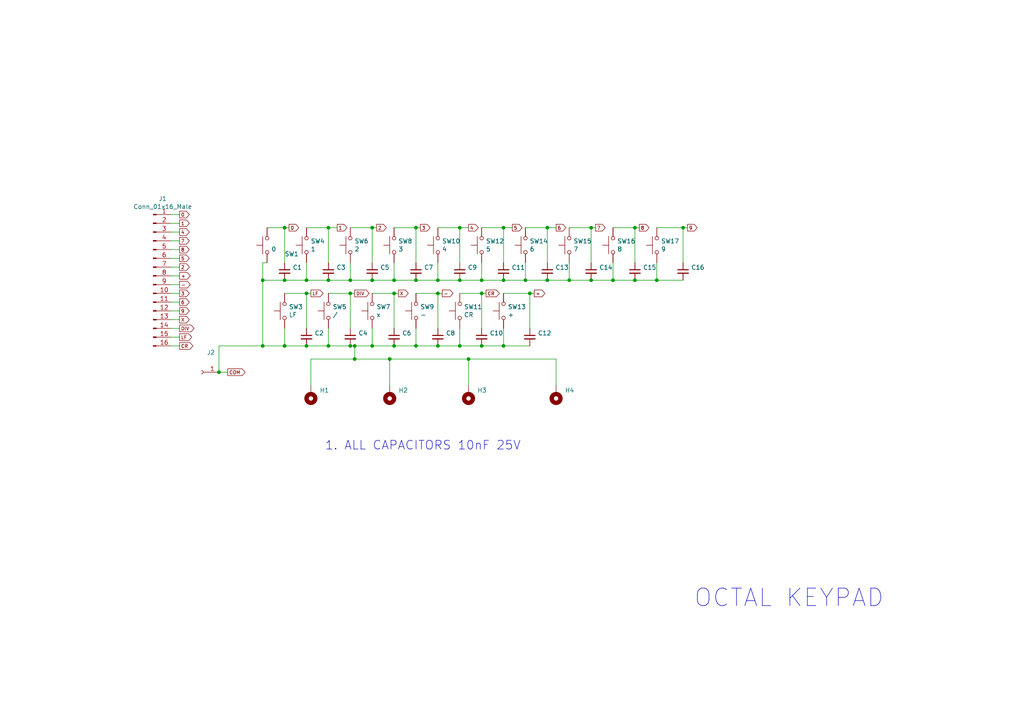
<source format=kicad_sch>
(kicad_sch (version 20250114) (generator "eeschema") (generator_version "9.0")
  (paper "A4")
  (lib_symbols
    (symbol "Device:C_Small" (pin_numbers (hide yes)) (pin_names (offset 0.254) (hide yes))
      (property "Reference" "C" (at 0.254 1.778 0))
      (property "Value" "C_Small" (at 0.254 -2.032 0))
      (symbol "C_Small_0_1"
        (polyline (pts (xy -1.524 0.508) (xy 1.524 0.508)) (stroke (width 0.3048)))
        (polyline (pts (xy -1.524 -0.508) (xy 1.524 -0.508)) (stroke (width 0.3302)))
      )
      (symbol "C_Small_1_1"
        (pin passive line (at 0 2.54 270) (length 2.032) (name "~") (number "1"))
        (pin passive line (at 0 -2.54 90) (length 2.032) (name "~") (number "2"))
      )
    )
    (symbol "Mechanical:MountingHole_Pad" (pin_numbers (hide yes)) (pin_names (offset 1.016) (hide yes)) (exclude_from_sim yes) (in_bom no)
      (property "Reference" "H" (at 0 6.35 0))
      (property "Value" "MountingHole_Pad" (at 0 4.445 0))
      (symbol "MountingHole_Pad_0_1"
        (circle (center 0 1.27) (radius 1.27) (stroke (width 1.27)))
      )
      (symbol "MountingHole_Pad_1_1"
        (pin input line (at 0 -2.54 90) (length 2.54) (name "1") (number "1"))
      )
    )
    (symbol "Switch:SW_Push" (pin_numbers (hide yes)) (pin_names (offset 1.016) (hide yes))
      (property "Reference" "SW" (at 1.27 2.54 0))
      (property "Value" "SW_Push" (at 0 -1.524 0))
      (symbol "SW_Push_0_1"
        (circle (center -2.032 0) (radius 0.508))
        (polyline (pts (xy 0 1.27) (xy 0 3.048)))
        (circle (center 2.032 0) (radius 0.508))
        (polyline (pts (xy 2.54 1.27) (xy -2.54 1.27)))
        (pin passive line (at -5.08 0 0) (length 2.54) (name "1") (number "1"))
        (pin passive line (at 5.08 0 180) (length 2.54) (name "2") (number "2"))
      )
    )
    (symbol "octal keyboard-rescue:Conn_01x01_Female-Connector" (pin_names (offset 1.016) (hide yes))
      (property "Reference" "J" (at 0 2.54 0))
      (property "Value" "Connector_Conn_01x01_Female" (at 0 -2.54 0))
      (symbol "Conn_01x01_Female-Connector_1_1"
        (polyline (pts (xy -1.27 0) (xy -0.508 0)) (stroke (width 0.1524)))
        (arc (start 0 -0.508) (mid -0.508 0) (end 0 0.508) (stroke (width 0.1524)))
        (pin passive line (at -5.08 0 0) (length 3.81) (name "Pin_1") (number "1"))
      )
    )
    (symbol "octal keyboard-rescue:Conn_01x16_Male-Connector" (pin_names (offset 1.016) (hide yes))
      (property "Reference" "J" (at 0 20.32 0))
      (property "Value" "Connector_Conn_01x16_Male" (at 0 -22.86 0))
      (symbol "Conn_01x16_Male-Connector_1_1"
        (rectangle (start 0.8636 17.907) (end 0 17.653) (stroke (width 0.1524)) (fill (type outline)))
        (rectangle (start 0.8636 15.367) (end 0 15.113) (stroke (width 0.1524)) (fill (type outline)))
        (rectangle (start 0.8636 12.827) (end 0 12.573) (stroke (width 0.1524)) (fill (type outline)))
        (rectangle (start 0.8636 10.287) (end 0 10.033) (stroke (width 0.1524)) (fill (type outline)))
        (rectangle (start 0.8636 7.747) (end 0 7.493) (stroke (width 0.1524)) (fill (type outline)))
        (rectangle (start 0.8636 5.207) (end 0 4.953) (stroke (width 0.1524)) (fill (type outline)))
        (rectangle (start 0.8636 2.667) (end 0 2.413) (stroke (width 0.1524)) (fill (type outline)))
        (rectangle (start 0.8636 0.127) (end 0 -0.127) (stroke (width 0.1524)) (fill (type outline)))
        (rectangle (start 0.8636 -2.413) (end 0 -2.667) (stroke (width 0.1524)) (fill (type outline)))
        (rectangle (start 0.8636 -4.953) (end 0 -5.207) (stroke (width 0.1524)) (fill (type outline)))
        (rectangle (start 0.8636 -7.493) (end 0 -7.747) (stroke (width 0.1524)) (fill (type outline)))
        (rectangle (start 0.8636 -10.033) (end 0 -10.287) (stroke (width 0.1524)) (fill (type outline)))
        (rectangle (start 0.8636 -12.573) (end 0 -12.827) (stroke (width 0.1524)) (fill (type outline)))
        (rectangle (start 0.8636 -15.113) (end 0 -15.367) (stroke (width 0.1524)) (fill (type outline)))
        (rectangle (start 0.8636 -17.653) (end 0 -17.907) (stroke (width 0.1524)) (fill (type outline)))
        (rectangle (start 0.8636 -20.193) (end 0 -20.447) (stroke (width 0.1524)) (fill (type outline)))
        (polyline (pts (xy 1.27 17.78) (xy 0.8636 17.78)) (stroke (width 0.1524)))
        (polyline (pts (xy 1.27 15.24) (xy 0.8636 15.24)) (stroke (width 0.1524)))
        (polyline (pts (xy 1.27 12.7) (xy 0.8636 12.7)) (stroke (width 0.1524)))
        (polyline (pts (xy 1.27 10.16) (xy 0.8636 10.16)) (stroke (width 0.1524)))
        (polyline (pts (xy 1.27 7.62) (xy 0.8636 7.62)) (stroke (width 0.1524)))
        (polyline (pts (xy 1.27 5.08) (xy 0.8636 5.08)) (stroke (width 0.1524)))
        (polyline (pts (xy 1.27 2.54) (xy 0.8636 2.54)) (stroke (width 0.1524)))
        (polyline (pts (xy 1.27 0) (xy 0.8636 0)) (stroke (width 0.1524)))
        (polyline (pts (xy 1.27 -2.54) (xy 0.8636 -2.54)) (stroke (width 0.1524)))
        (polyline (pts (xy 1.27 -5.08) (xy 0.8636 -5.08)) (stroke (width 0.1524)))
        (polyline (pts (xy 1.27 -7.62) (xy 0.8636 -7.62)) (stroke (width 0.1524)))
        (polyline (pts (xy 1.27 -10.16) (xy 0.8636 -10.16)) (stroke (width 0.1524)))
        (polyline (pts (xy 1.27 -12.7) (xy 0.8636 -12.7)) (stroke (width 0.1524)))
        (polyline (pts (xy 1.27 -15.24) (xy 0.8636 -15.24)) (stroke (width 0.1524)))
        (polyline (pts (xy 1.27 -17.78) (xy 0.8636 -17.78)) (stroke (width 0.1524)))
        (polyline (pts (xy 1.27 -20.32) (xy 0.8636 -20.32)) (stroke (width 0.1524)))
        (pin passive line (at 5.08 17.78 180) (length 3.81) (name "Pin_1") (number "1"))
        (pin passive line (at 5.08 15.24 180) (length 3.81) (name "Pin_2") (number "2"))
        (pin passive line (at 5.08 12.7 180) (length 3.81) (name "Pin_3") (number "3"))
        (pin passive line (at 5.08 10.16 180) (length 3.81) (name "Pin_4") (number "4"))
        (pin passive line (at 5.08 7.62 180) (length 3.81) (name "Pin_5") (number "5"))
        (pin passive line (at 5.08 5.08 180) (length 3.81) (name "Pin_6") (number "6"))
        (pin passive line (at 5.08 2.54 180) (length 3.81) (name "Pin_7") (number "7"))
        (pin passive line (at 5.08 0 180) (length 3.81) (name "Pin_8") (number "8"))
        (pin passive line (at 5.08 -2.54 180) (length 3.81) (name "Pin_9") (number "9"))
        (pin passive line (at 5.08 -5.08 180) (length 3.81) (name "Pin_10") (number "10"))
        (pin passive line (at 5.08 -7.62 180) (length 3.81) (name "Pin_11") (number "11"))
        (pin passive line (at 5.08 -10.16 180) (length 3.81) (name "Pin_12") (number "12"))
        (pin passive line (at 5.08 -12.7 180) (length 3.81) (name "Pin_13") (number "13"))
        (pin passive line (at 5.08 -15.24 180) (length 3.81) (name "Pin_14") (number "14"))
        (pin passive line (at 5.08 -17.78 180) (length 3.81) (name "Pin_15") (number "15"))
        (pin passive line (at 5.08 -20.32 180) (length 3.81) (name "Pin_16") (number "16"))
      )
    )
  )
  (text "OCTAL KEYPAD" (at 256.54 176.53 0) (effects (font (size 5.08 5.08)) (justify right bottom)))
  (text "1. ALL CAPACITORS 10nF 25V" (at 151.13 130.81 0) (effects (font (size 2.54 2.54)) (justify right bottom)))
  (junction (at 107.95 81.28))
  (junction (at 63.5 107.95))
  (junction (at 135.89 104.14))
  (junction (at 133.35 66.04))
  (junction (at 127 85.09))
  (junction (at 107.95 100.33))
  (junction (at 101.6 100.33))
  (junction (at 152.4 81.28))
  (junction (at 171.45 81.28))
  (junction (at 139.7 81.28))
  (junction (at 133.35 100.33))
  (junction (at 139.7 100.33))
  (junction (at 76.2 81.28))
  (junction (at 177.8 81.28))
  (junction (at 171.45 66.04))
  (junction (at 133.35 81.28))
  (junction (at 158.75 66.04))
  (junction (at 88.9 100.33))
  (junction (at 146.05 81.28))
  (junction (at 127 81.28))
  (junction (at 101.6 81.28))
  (junction (at 88.9 81.28))
  (junction (at 101.6 85.09))
  (junction (at 120.65 81.28))
  (junction (at 88.9 85.09))
  (junction (at 198.12 66.04))
  (junction (at 102.87 100.33))
  (junction (at 184.15 81.28))
  (junction (at 146.05 66.04))
  (junction (at 95.25 100.33))
  (junction (at 158.75 81.28))
  (junction (at 76.2 100.33))
  (junction (at 82.55 81.28))
  (junction (at 102.87 104.14))
  (junction (at 95.25 81.28))
  (junction (at 82.55 100.33))
  (junction (at 82.55 66.04))
  (junction (at 114.3 81.28))
  (junction (at 165.1 81.28))
  (junction (at 153.67 85.09))
  (junction (at 114.3 100.33))
  (junction (at 113.03 104.14))
  (junction (at 120.65 66.04))
  (junction (at 146.05 100.33))
  (junction (at 120.65 100.33))
  (junction (at 184.15 66.04))
  (junction (at 139.7 85.09))
  (junction (at 107.95 66.04))
  (junction (at 127 100.33))
  (junction (at 114.3 85.09))
  (junction (at 190.5 81.28))
  (junction (at 95.25 66.04))
  (wire (pts (xy 127 100.33) (xy 120.65 100.33)))
  (wire (pts (xy 49.53 77.47) (xy 52.07 77.47)))
  (wire (pts (xy 184.15 81.28) (xy 190.5 81.28)))
  (wire (pts (xy 49.53 82.55) (xy 52.07 82.55)))
  (wire (pts (xy 88.9 85.09) (xy 90.17 85.09)))
  (wire (pts (xy 82.55 100.33) (xy 76.2 100.33)))
  (wire (pts (xy 82.55 85.09) (xy 88.9 85.09)))
  (wire (pts (xy 127 66.04) (xy 133.35 66.04)))
  (wire (pts (xy 95.25 76.2) (xy 95.25 66.04)))
  (wire (pts (xy 158.75 81.28) (xy 165.1 81.28)))
  (wire (pts (xy 82.55 76.2) (xy 82.55 66.04)))
  (wire (pts (xy 158.75 66.04) (xy 161.29 66.04)))
  (wire (pts (xy 171.45 81.28) (xy 177.8 81.28)))
  (wire (pts (xy 107.95 66.04) (xy 109.22 66.04)))
  (wire (pts (xy 49.53 69.85) (xy 52.07 69.85)))
  (wire (pts (xy 146.05 76.2) (xy 146.05 66.04)))
  (wire (pts (xy 153.67 95.25) (xy 153.67 85.09)))
  (wire (pts (xy 82.55 81.28) (xy 76.2 81.28)))
  (wire (pts (xy 76.2 81.28) (xy 76.2 76.2)))
  (wire (pts (xy 171.45 66.04) (xy 172.72 66.04)))
  (wire (pts (xy 139.7 66.04) (xy 146.05 66.04)))
  (wire (pts (xy 66.04 107.95) (xy 63.5 107.95)))
  (wire (pts (xy 127 81.28) (xy 120.65 81.28)))
  (wire (pts (xy 120.65 66.04) (xy 121.92 66.04)))
  (wire (pts (xy 49.53 87.63) (xy 52.07 87.63)))
  (wire (pts (xy 107.95 95.25) (xy 107.95 100.33)))
  (wire (pts (xy 49.53 74.93) (xy 52.07 74.93)))
  (wire (pts (xy 63.5 100.33) (xy 76.2 100.33)))
  (wire (pts (xy 177.8 76.2) (xy 177.8 81.28)))
  (wire (pts (xy 190.5 76.2) (xy 190.5 81.28)))
  (wire (pts (xy 184.15 66.04) (xy 185.42 66.04)))
  (wire (pts (xy 120.65 85.09) (xy 127 85.09)))
  (wire (pts (xy 135.89 104.14) (xy 113.03 104.14)))
  (wire (pts (xy 101.6 100.33) (xy 102.87 100.33)))
  (wire (pts (xy 133.35 85.09) (xy 139.7 85.09)))
  (wire (pts (xy 139.7 100.33) (xy 133.35 100.33)))
  (wire (pts (xy 184.15 66.04) (xy 184.15 76.2)))
  (wire (pts (xy 49.53 62.23) (xy 52.07 62.23)))
  (wire (pts (xy 49.53 97.79) (xy 52.07 97.79)))
  (wire (pts (xy 107.95 85.09) (xy 114.3 85.09)))
  (wire (pts (xy 120.65 81.28) (xy 114.3 81.28)))
  (wire (pts (xy 102.87 100.33) (xy 107.95 100.33)))
  (wire (pts (xy 114.3 76.2) (xy 114.3 81.28)))
  (wire (pts (xy 114.3 100.33) (xy 107.95 100.33)))
  (wire (pts (xy 95.25 66.04) (xy 97.79 66.04)))
  (wire (pts (xy 133.35 95.25) (xy 133.35 100.33)))
  (wire (pts (xy 135.89 104.14) (xy 161.29 104.14)))
  (wire (pts (xy 133.35 100.33) (xy 127 100.33)))
  (wire (pts (xy 83.82 66.04) (xy 82.55 66.04)))
  (wire (pts (xy 146.05 66.04) (xy 148.59 66.04)))
  (wire (pts (xy 146.05 85.09) (xy 153.67 85.09)))
  (wire (pts (xy 49.53 72.39) (xy 52.07 72.39)))
  (wire (pts (xy 139.7 85.09) (xy 140.97 85.09)))
  (wire (pts (xy 139.7 76.2) (xy 139.7 81.28)))
  (wire (pts (xy 49.53 67.31) (xy 52.07 67.31)))
  (wire (pts (xy 107.95 81.28) (xy 101.6 81.28)))
  (wire (pts (xy 153.67 85.09) (xy 154.94 85.09)))
  (wire (pts (xy 101.6 81.28) (xy 95.25 81.28)))
  (wire (pts (xy 95.25 100.33) (xy 101.6 100.33)))
  (wire (pts (xy 95.25 85.09) (xy 101.6 85.09)))
  (wire (pts (xy 114.3 81.28) (xy 107.95 81.28)))
  (wire (pts (xy 165.1 66.04) (xy 171.45 66.04)))
  (wire (pts (xy 177.8 81.28) (xy 184.15 81.28)))
  (wire (pts (xy 133.35 66.04) (xy 135.89 66.04)))
  (wire (pts (xy 153.67 100.33) (xy 146.05 100.33)))
  (wire (pts (xy 101.6 76.2) (xy 101.6 81.28)))
  (wire (pts (xy 95.25 81.28) (xy 88.9 81.28)))
  (wire (pts (xy 49.53 64.77) (xy 52.07 64.77)))
  (wire (pts (xy 49.53 100.33) (xy 52.07 100.33)))
  (wire (pts (xy 198.12 81.28) (xy 190.5 81.28)))
  (wire (pts (xy 49.53 92.71) (xy 52.07 92.71)))
  (wire (pts (xy 90.17 104.14) (xy 102.87 104.14)))
  (wire (pts (xy 49.53 80.01) (xy 52.07 80.01)))
  (wire (pts (xy 120.65 100.33) (xy 114.3 100.33)))
  (wire (pts (xy 49.53 95.25) (xy 52.07 95.25)))
  (wire (pts (xy 102.87 104.14) (xy 102.87 100.33)))
  (wire (pts (xy 90.17 111.76) (xy 90.17 104.14)))
  (wire (pts (xy 139.7 81.28) (xy 146.05 81.28)))
  (wire (pts (xy 113.03 104.14) (xy 113.03 111.76)))
  (wire (pts (xy 114.3 95.25) (xy 114.3 85.09)))
  (wire (pts (xy 171.45 76.2) (xy 171.45 66.04)))
  (wire (pts (xy 165.1 81.28) (xy 171.45 81.28)))
  (wire (pts (xy 82.55 95.25) (xy 82.55 100.33)))
  (wire (pts (xy 76.2 100.33) (xy 76.2 81.28)))
  (wire (pts (xy 114.3 85.09) (xy 115.57 85.09)))
  (wire (pts (xy 49.53 90.17) (xy 52.07 90.17)))
  (wire (pts (xy 82.55 66.04) (xy 77.47 66.04)))
  (wire (pts (xy 146.05 95.25) (xy 146.05 100.33)))
  (wire (pts (xy 152.4 76.2) (xy 152.4 81.28)))
  (wire (pts (xy 139.7 95.25) (xy 139.7 85.09)))
  (wire (pts (xy 63.5 107.95) (xy 63.5 100.33)))
  (wire (pts (xy 152.4 66.04) (xy 158.75 66.04)))
  (wire (pts (xy 95.25 100.33) (xy 88.9 100.33)))
  (wire (pts (xy 158.75 76.2) (xy 158.75 66.04)))
  (wire (pts (xy 152.4 81.28) (xy 158.75 81.28)))
  (wire (pts (xy 107.95 76.2) (xy 107.95 66.04)))
  (wire (pts (xy 127 95.25) (xy 127 85.09)))
  (wire (pts (xy 133.35 81.28) (xy 127 81.28)))
  (wire (pts (xy 190.5 66.04) (xy 198.12 66.04)))
  (wire (pts (xy 101.6 95.25) (xy 101.6 85.09)))
  (wire (pts (xy 133.35 76.2) (xy 133.35 66.04)))
  (wire (pts (xy 114.3 66.04) (xy 120.65 66.04)))
  (wire (pts (xy 120.65 76.2) (xy 120.65 66.04)))
  (wire (pts (xy 88.9 100.33) (xy 82.55 100.33)))
  (wire (pts (xy 88.9 76.2) (xy 88.9 81.28)))
  (wire (pts (xy 198.12 66.04) (xy 199.39 66.04)))
  (wire (pts (xy 120.65 95.25) (xy 120.65 100.33)))
  (wire (pts (xy 49.53 85.09) (xy 52.07 85.09)))
  (wire (pts (xy 88.9 66.04) (xy 95.25 66.04)))
  (wire (pts (xy 127 85.09) (xy 128.27 85.09)))
  (wire (pts (xy 102.87 104.14) (xy 113.03 104.14)))
  (wire (pts (xy 135.89 111.76) (xy 135.89 104.14)))
  (wire (pts (xy 95.25 95.25) (xy 95.25 100.33)))
  (wire (pts (xy 88.9 81.28) (xy 82.55 81.28)))
  (wire (pts (xy 146.05 81.28) (xy 152.4 81.28)))
  (wire (pts (xy 165.1 76.2) (xy 165.1 81.28)))
  (wire (pts (xy 177.8 66.04) (xy 184.15 66.04)))
  (wire (pts (xy 76.2 76.2) (xy 77.47 76.2)))
  (wire (pts (xy 198.12 76.2) (xy 198.12 66.04)))
  (wire (pts (xy 88.9 95.25) (xy 88.9 85.09)))
  (wire (pts (xy 161.29 104.14) (xy 161.29 111.76)))
  (wire (pts (xy 146.05 100.33) (xy 139.7 100.33)))
  (wire (pts (xy 101.6 66.04) (xy 107.95 66.04)))
  (wire (pts (xy 127 76.2) (xy 127 81.28)))
  (wire (pts (xy 101.6 85.09) (xy 102.87 85.09)))
  (wire (pts (xy 139.7 81.28) (xy 133.35 81.28)))
  (global_label "8" (shape output) (at 52.07 72.39 0) (effects (font (size 0.9906 0.9906))) (property "Intersheetrefs" "${INTERSHEET_REFS}" (effects (hide yes))))
  (global_label "5" (shape output) (at 52.07 74.93 0) (effects (font (size 0.9906 0.9906))) (property "Intersheetrefs" "${INTERSHEET_REFS}" (effects (hide yes))))
  (global_label "CR" (shape output) (at 52.07 100.33 0) (effects (font (size 0.9906 0.9906))) (property "Intersheetrefs" "${INTERSHEET_REFS}" (effects (hide yes))))
  (global_label "LF" (shape output) (at 90.17 85.09 0) (effects (font (size 0.9906 0.9906))) (property "Intersheetrefs" "${INTERSHEET_REFS}" (effects (hide yes))))
  (global_label "3" (shape output) (at 121.92 66.04 0) (effects (font (size 0.9906 0.9906))) (property "Intersheetrefs" "${INTERSHEET_REFS}" (effects (hide yes))))
  (global_label "-" (shape output) (at 52.07 82.55 0) (effects (font (size 0.9906 0.9906))) (property "Intersheetrefs" "${INTERSHEET_REFS}" (effects (hide yes))))
  (global_label "2" (shape output) (at 109.22 66.04 0) (effects (font (size 0.9906 0.9906))) (property "Intersheetrefs" "${INTERSHEET_REFS}" (effects (hide yes))))
  (global_label "0" (shape output) (at 52.07 62.23 0) (effects (font (size 0.9906 0.9906))) (property "Intersheetrefs" "${INTERSHEET_REFS}" (effects (hide yes))))
  (global_label "X" (shape output) (at 115.57 85.09 0) (effects (font (size 0.9906 0.9906))) (property "Intersheetrefs" "${INTERSHEET_REFS}" (effects (hide yes))))
  (global_label "1" (shape output) (at 97.79 66.04 0) (effects (font (size 0.9906 0.9906))) (property "Intersheetrefs" "${INTERSHEET_REFS}" (effects (hide yes))))
  (global_label "9" (shape output) (at 52.07 90.17 0) (effects (font (size 0.9906 0.9906))) (property "Intersheetrefs" "${INTERSHEET_REFS}" (effects (hide yes))))
  (global_label "8" (shape output) (at 185.42 66.04 0) (effects (font (size 0.9906 0.9906))) (property "Intersheetrefs" "${INTERSHEET_REFS}" (effects (hide yes))))
  (global_label "5" (shape output) (at 148.59 66.04 0) (effects (font (size 0.9906 0.9906))) (property "Intersheetrefs" "${INTERSHEET_REFS}" (effects (hide yes))))
  (global_label "0" (shape output) (at 83.82 66.04 0) (effects (font (size 0.9906 0.9906))) (property "Intersheetrefs" "${INTERSHEET_REFS}" (effects (hide yes))))
  (global_label "+" (shape output) (at 52.07 80.01 0) (effects (font (size 0.9906 0.9906))) (property "Intersheetrefs" "${INTERSHEET_REFS}" (effects (hide yes))))
  (global_label "1" (shape output) (at 52.07 64.77 0) (effects (font (size 0.9906 0.9906))) (property "Intersheetrefs" "${INTERSHEET_REFS}" (effects (hide yes))))
  (global_label "9" (shape output) (at 199.39 66.04 0) (effects (font (size 0.9906 0.9906))) (property "Intersheetrefs" "${INTERSHEET_REFS}" (effects (hide yes))))
  (global_label "DIV" (shape output) (at 102.87 85.09 0) (effects (font (size 0.9906 0.9906))) (property "Intersheetrefs" "${INTERSHEET_REFS}" (effects (hide yes))))
  (global_label "6" (shape output) (at 52.07 87.63 0) (effects (font (size 0.9906 0.9906))) (property "Intersheetrefs" "${INTERSHEET_REFS}" (effects (hide yes))))
  (global_label "CR" (shape output) (at 140.97 85.09 0) (effects (font (size 0.9906 0.9906))) (property "Intersheetrefs" "${INTERSHEET_REFS}" (effects (hide yes))))
  (global_label "+" (shape output) (at 154.94 85.09 0) (effects (font (size 0.9906 0.9906))) (property "Intersheetrefs" "${INTERSHEET_REFS}" (effects (hide yes))))
  (global_label "7" (shape output) (at 52.07 69.85 0) (effects (font (size 0.9906 0.9906))) (property "Intersheetrefs" "${INTERSHEET_REFS}" (effects (hide yes))))
  (global_label "LF" (shape output) (at 52.07 97.79 0) (effects (font (size 0.9906 0.9906))) (property "Intersheetrefs" "${INTERSHEET_REFS}" (effects (hide yes))))
  (global_label "6" (shape output) (at 161.29 66.04 0) (effects (font (size 0.9906 0.9906))) (property "Intersheetrefs" "${INTERSHEET_REFS}" (effects (hide yes))))
  (global_label "X" (shape output) (at 52.07 92.71 0) (effects (font (size 0.9906 0.9906))) (property "Intersheetrefs" "${INTERSHEET_REFS}" (effects (hide yes))))
  (global_label "4" (shape output) (at 52.07 67.31 0) (effects (font (size 0.9906 0.9906))) (property "Intersheetrefs" "${INTERSHEET_REFS}" (effects (hide yes))))
  (global_label "COM" (shape output) (at 66.04 107.95 0) (effects (font (size 0.9906 0.9906))) (property "Intersheetrefs" "${INTERSHEET_REFS}" (effects (hide yes))))
  (global_label "DIV" (shape output) (at 52.07 95.25 0) (effects (font (size 0.9906 0.9906))) (property "Intersheetrefs" "${INTERSHEET_REFS}" (effects (hide yes))))
  (global_label "7" (shape output) (at 172.72 66.04 0) (effects (font (size 0.9906 0.9906))) (property "Intersheetrefs" "${INTERSHEET_REFS}" (effects (hide yes))))
  (global_label "4" (shape output) (at 135.89 66.04 0) (effects (font (size 0.9906 0.9906))) (property "Intersheetrefs" "${INTERSHEET_REFS}" (effects (hide yes))))
  (global_label "3" (shape output) (at 52.07 85.09 0) (effects (font (size 0.9906 0.9906))) (property "Intersheetrefs" "${INTERSHEET_REFS}" (effects (hide yes))))
  (global_label "-" (shape output) (at 128.27 85.09 0) (effects (font (size 0.9906 0.9906))) (property "Intersheetrefs" "${INTERSHEET_REFS}" (effects (hide yes))))
  (global_label "2" (shape output) (at 52.07 77.47 0) (effects (font (size 0.9906 0.9906))) (property "Intersheetrefs" "${INTERSHEET_REFS}" (effects (hide yes))))
  (symbol (lib_id "Switch:SW_Push") (at 77.47 71.12 90) (unit 1)
    (property "Reference" "SW1" (at 82.55 73.66 90) (effects (justify right)))
    (property "Value" "0" (at 78.6892 72.263 90) (effects (justify right)))
    (property "Footprint" "Button_Switch_Keyboard:SW_Cherry_MX_1.00u_PCB" (effects (hide yes)))
  )
  (symbol (lib_id "Switch:SW_Push") (at 88.9 71.12 90) (unit 1)
    (property "Reference" "SW4" (at 90.1192 69.9516 90) (effects (justify right)))
    (property "Value" "1" (at 90.1192 72.263 90) (effects (justify right)))
    (property "Footprint" "Button_Switch_Keyboard:SW_Cherry_MX_1.00u_PCB" (effects (hide yes)))
  )
  (symbol (lib_id "Switch:SW_Push") (at 101.6 71.12 90) (unit 1)
    (property "Reference" "SW6" (at 102.8192 69.9516 90) (effects (justify right)))
    (property "Value" "2" (at 102.8192 72.263 90) (effects (justify right)))
    (property "Footprint" "Button_Switch_Keyboard:SW_Cherry_MX_1.00u_PCB" (effects (hide yes)))
  )
  (symbol (lib_id "Switch:SW_Push") (at 114.3 71.12 90) (unit 1)
    (property "Reference" "SW8" (at 115.5192 69.9516 90) (effects (justify right)))
    (property "Value" "3" (at 115.5192 72.263 90) (effects (justify right)))
    (property "Footprint" "Button_Switch_Keyboard:SW_Cherry_MX_1.00u_PCB" (effects (hide yes)))
  )
  (symbol (lib_id "Switch:SW_Push") (at 127 71.12 90) (unit 1)
    (property "Reference" "SW10" (at 128.2192 69.9516 90) (effects (justify right)))
    (property "Value" "4" (at 128.2192 72.263 90) (effects (justify right)))
    (property "Footprint" "Button_Switch_Keyboard:SW_Cherry_MX_1.00u_PCB" (effects (hide yes)))
  )
  (symbol (lib_id "Switch:SW_Push") (at 139.7 71.12 90) (unit 1)
    (property "Reference" "SW12" (at 140.9192 69.9516 90) (effects (justify right)))
    (property "Value" "5" (at 140.9192 72.263 90) (effects (justify right)))
    (property "Footprint" "Button_Switch_Keyboard:SW_Cherry_MX_1.00u_PCB" (effects (hide yes)))
  )
  (symbol (lib_id "Switch:SW_Push") (at 152.4 71.12 90) (unit 1)
    (property "Reference" "SW14" (at 153.6192 69.9516 90) (effects (justify right)))
    (property "Value" "6" (at 153.6192 72.263 90) (effects (justify right)))
    (property "Footprint" "Button_Switch_Keyboard:SW_Cherry_MX_1.00u_PCB" (effects (hide yes)))
  )
  (symbol (lib_id "Switch:SW_Push") (at 165.1 71.12 90) (unit 1)
    (property "Reference" "SW15" (at 166.3192 69.9516 90) (effects (justify right)))
    (property "Value" "7" (at 166.3192 72.263 90) (effects (justify right)))
    (property "Footprint" "Button_Switch_Keyboard:SW_Cherry_MX_1.00u_PCB" (effects (hide yes)))
  )
  (symbol (lib_id "Switch:SW_Push") (at 177.8 71.12 90) (unit 1)
    (property "Reference" "SW16" (at 179.0192 69.9516 90) (effects (justify right)))
    (property "Value" "8" (at 179.0192 72.263 90) (effects (justify right)))
    (property "Footprint" "Button_Switch_Keyboard:SW_Cherry_MX_1.00u_PCB" (effects (hide yes)))
  )
  (symbol (lib_id "Switch:SW_Push") (at 190.5 71.12 90) (unit 1)
    (property "Reference" "SW17" (at 191.7192 69.9516 90) (effects (justify right)))
    (property "Value" "9" (at 191.7192 72.263 90) (effects (justify right)))
    (property "Footprint" "Button_Switch_Keyboard:SW_Cherry_MX_1.00u_PCB" (effects (hide yes)))
  )
  (symbol (lib_id "Switch:SW_Push") (at 82.55 90.17 90) (unit 1)
    (property "Reference" "SW3" (at 83.7692 89.0016 90) (effects (justify right)))
    (property "Value" "LF" (at 83.7692 91.313 90) (effects (justify right)))
    (property "Footprint" "Button_Switch_Keyboard:SW_Cherry_MX_1.00u_PCB" (effects (hide yes)))
  )
  (symbol (lib_id "Switch:SW_Push") (at 95.25 90.17 90) (unit 1)
    (property "Reference" "SW5" (at 96.4692 89.0016 90) (effects (justify right)))
    (property "Value" "/" (at 96.4692 91.313 90) (effects (justify right)))
    (property "Footprint" "Button_Switch_Keyboard:SW_Cherry_MX_1.00u_PCB" (effects (hide yes)))
  )
  (symbol (lib_id "Switch:SW_Push") (at 107.95 90.17 90) (unit 1)
    (property "Reference" "SW7" (at 109.1692 89.0016 90) (effects (justify right)))
    (property "Value" "x" (at 109.1692 91.313 90) (effects (justify right)))
    (property "Footprint" "Button_Switch_Keyboard:SW_Cherry_MX_1.00u_PCB" (effects (hide yes)))
  )
  (symbol (lib_id "Switch:SW_Push") (at 120.65 90.17 90) (unit 1)
    (property "Reference" "SW9" (at 121.8692 89.0016 90) (effects (justify right)))
    (property "Value" "-" (at 121.8692 91.313 90) (effects (justify right)))
    (property "Footprint" "Button_Switch_Keyboard:SW_Cherry_MX_1.00u_PCB" (effects (hide yes)))
  )
  (symbol (lib_id "Switch:SW_Push") (at 133.35 90.17 90) (unit 1)
    (property "Reference" "SW11" (at 134.5692 89.0016 90) (effects (justify right)))
    (property "Value" "CR" (at 134.5692 91.313 90) (effects (justify right)))
    (property "Footprint" "Button_Switch_Keyboard:SW_Cherry_MX_1.00u_PCB" (effects (hide yes)))
  )
  (symbol (lib_id "Switch:SW_Push") (at 146.05 90.17 90) (unit 1)
    (property "Reference" "SW13" (at 147.2692 89.0016 90) (effects (justify right)))
    (property "Value" "+" (at 147.2692 91.313 90) (effects (justify right)))
    (property "Footprint" "Button_Switch_Keyboard:SW_Cherry_MX_1.00u_PCB" (effects (hide yes)))
  )
  (symbol (lib_id "octal keyboard-rescue:Conn_01x16_Male-Connector") (at 44.45 80.01 0) (unit 1)
    (property "Reference" "J1" (at 47.1932 57.6326 0))
    (property "Value" "Conn_01x16_Male" (at 47.1932 59.944 0))
    (property "Footprint" "Connector_PinHeader_2.54mm:PinHeader_1x16_P2.54mm_Vertical" (effects (hide yes)))
  )
  (symbol (lib_id "Mechanical:MountingHole_Pad") (at 90.17 114.3 180) (unit 1)
    (property "Reference" "H1" (at 92.71 113.2078 0) (effects (justify right)))
    (property "Value" "MountingHole_Pad" (effects (hide yes)))
    (property "Footprint" "MountingHole:MountingHole_3.2mm_M3_Pad_Via" (effects (hide yes)))
  )
  (symbol (lib_id "Mechanical:MountingHole_Pad") (at 113.03 114.3 180) (unit 1)
    (property "Reference" "H2" (at 115.57 113.2078 0) (effects (justify right)))
    (property "Value" "MountingHole_Pad" (effects (hide yes)))
    (property "Footprint" "MountingHole:MountingHole_3.2mm_M3_Pad_Via" (effects (hide yes)))
  )
  (symbol (lib_id "Mechanical:MountingHole_Pad") (at 135.89 114.3 180) (unit 1)
    (property "Reference" "H3" (at 138.43 113.2078 0) (effects (justify right)))
    (property "Value" "MountingHole_Pad" (effects (hide yes)))
    (property "Footprint" "MountingHole:MountingHole_3.2mm_M3_Pad_Via" (effects (hide yes)))
  )
  (symbol (lib_id "Mechanical:MountingHole_Pad") (at 161.29 114.3 180) (unit 1)
    (property "Reference" "H4" (at 163.83 113.2078 0) (effects (justify right)))
    (property "Value" "MountingHole_Pad" (effects (hide yes)))
    (property "Footprint" "MountingHole:MountingHole_3.2mm_M3_Pad_Via" (effects (hide yes)))
  )
  (symbol (lib_id "Device:C_Small") (at 82.55 78.74 0) (unit 1)
    (property "Reference" "C1" (at 84.8868 77.5716 0) (effects (justify left)))
    (property "Value" "C_Small" (effects (hide yes)))
    (property "Footprint" "Capacitor_THT:C_Disc_D7.5mm_W2.5mm_P5.00mm" (effects (hide yes)))
  )
  (symbol (lib_id "Device:C_Small") (at 95.25 78.74 0) (unit 1)
    (property "Reference" "C3" (at 97.5868 77.5716 0) (effects (justify left)))
    (property "Value" "C_Small" (effects (hide yes)))
    (property "Footprint" "Capacitor_THT:C_Disc_D7.5mm_W2.5mm_P5.00mm" (effects (hide yes)))
  )
  (symbol (lib_id "Device:C_Small") (at 107.95 78.74 0) (unit 1)
    (property "Reference" "C5" (at 110.2868 77.5716 0) (effects (justify left)))
    (property "Value" "C_Small" (effects (hide yes)))
    (property "Footprint" "Capacitor_THT:C_Disc_D7.5mm_W2.5mm_P5.00mm" (effects (hide yes)))
  )
  (symbol (lib_id "Device:C_Small") (at 120.65 78.74 0) (unit 1)
    (property "Reference" "C7" (at 122.9868 77.5716 0) (effects (justify left)))
    (property "Value" "C_Small" (effects (hide yes)))
    (property "Footprint" "Capacitor_THT:C_Disc_D7.5mm_W2.5mm_P5.00mm" (effects (hide yes)))
  )
  (symbol (lib_id "Device:C_Small") (at 133.35 78.74 0) (unit 1)
    (property "Reference" "C9" (at 135.6868 77.5716 0) (effects (justify left)))
    (property "Value" "C_Small" (effects (hide yes)))
    (property "Footprint" "Capacitor_THT:C_Disc_D7.5mm_W2.5mm_P5.00mm" (effects (hide yes)))
  )
  (symbol (lib_id "Device:C_Small") (at 146.05 78.74 0) (unit 1)
    (property "Reference" "C11" (at 148.3868 77.5716 0) (effects (justify left)))
    (property "Value" "C_Small" (effects (hide yes)))
    (property "Footprint" "Capacitor_THT:C_Disc_D7.5mm_W2.5mm_P5.00mm" (effects (hide yes)))
  )
  (symbol (lib_id "Device:C_Small") (at 158.75 78.74 0) (unit 1)
    (property "Reference" "C13" (at 161.0868 77.5716 0) (effects (justify left)))
    (property "Value" "C_Small" (effects (hide yes)))
    (property "Footprint" "Capacitor_THT:C_Disc_D7.5mm_W2.5mm_P5.00mm" (effects (hide yes)))
  )
  (symbol (lib_id "Device:C_Small") (at 171.45 78.74 0) (unit 1)
    (property "Reference" "C14" (at 173.7868 77.5716 0) (effects (justify left)))
    (property "Value" "C_Small" (effects (hide yes)))
    (property "Footprint" "Capacitor_THT:C_Disc_D7.5mm_W2.5mm_P5.00mm" (effects (hide yes)))
  )
  (symbol (lib_id "Device:C_Small") (at 184.15 78.74 0) (unit 1)
    (property "Reference" "C15" (at 186.4868 77.5716 0) (effects (justify left)))
    (property "Value" "C_Small" (effects (hide yes)))
    (property "Footprint" "Capacitor_THT:C_Disc_D7.5mm_W2.5mm_P5.00mm" (effects (hide yes)))
  )
  (symbol (lib_id "Device:C_Small") (at 88.9 97.79 0) (unit 1)
    (property "Reference" "C2" (at 91.2368 96.6216 0) (effects (justify left)))
    (property "Value" "10nF" (effects (hide yes)))
    (property "Footprint" "Capacitor_THT:C_Disc_D7.5mm_W2.5mm_P5.00mm" (effects (hide yes)))
  )
  (symbol (lib_id "Device:C_Small") (at 101.6 97.79 0) (unit 1)
    (property "Reference" "C4" (at 103.9368 96.6216 0) (effects (justify left)))
    (property "Value" "C_Small" (effects (hide yes)))
    (property "Footprint" "Capacitor_THT:C_Disc_D7.5mm_W2.5mm_P5.00mm" (effects (hide yes)))
  )
  (symbol (lib_id "Device:C_Small") (at 114.3 97.79 0) (unit 1)
    (property "Reference" "C6" (at 116.6368 96.6216 0) (effects (justify left)))
    (property "Value" "C_Small" (effects (hide yes)))
    (property "Footprint" "Capacitor_THT:C_Disc_D7.5mm_W2.5mm_P5.00mm" (effects (hide yes)))
  )
  (symbol (lib_id "Device:C_Small") (at 127 97.79 0) (unit 1)
    (property "Reference" "C8" (at 129.3368 96.6216 0) (effects (justify left)))
    (property "Value" "C_Small" (effects (hide yes)))
    (property "Footprint" "Capacitor_THT:C_Disc_D7.5mm_W2.5mm_P5.00mm" (effects (hide yes)))
  )
  (symbol (lib_id "Device:C_Small") (at 139.7 97.79 0) (unit 1)
    (property "Reference" "C10" (at 142.0368 96.6216 0) (effects (justify left)))
    (property "Value" "C_Small" (effects (hide yes)))
    (property "Footprint" "Capacitor_THT:C_Disc_D7.5mm_W2.5mm_P5.00mm" (effects (hide yes)))
  )
  (symbol (lib_id "Device:C_Small") (at 198.12 78.74 0) (unit 1)
    (property "Reference" "C16" (at 200.4568 77.5716 0) (effects (justify left)))
    (property "Value" "C_Small" (effects (hide yes)))
    (property "Footprint" "Capacitor_THT:C_Disc_D7.5mm_W2.5mm_P5.00mm" (effects (hide yes)))
  )
  (symbol (lib_id "Device:C_Small") (at 153.67 97.79 0) (unit 1)
    (property "Reference" "C12" (at 156.0068 96.6216 0) (effects (justify left)))
    (property "Value" "C_Small" (effects (hide yes)))
    (property "Footprint" "Capacitor_THT:C_Disc_D7.5mm_W2.5mm_P5.00mm" (effects (hide yes)))
  )
  (symbol (lib_id "octal keyboard-rescue:Conn_01x01_Female-Connector") (at 58.42 107.95 180) (unit 1)
    (property "Reference" "J2" (at 61.1632 102.235 0))
    (property "Value" "Conn_01x01_Female" (effects (hide yes)))
    (property "Footprint" "Connector_PinHeader_2.54mm:PinHeader_1x01_P2.54mm_Vertical" (effects (hide yes)))
  )
)
</source>
